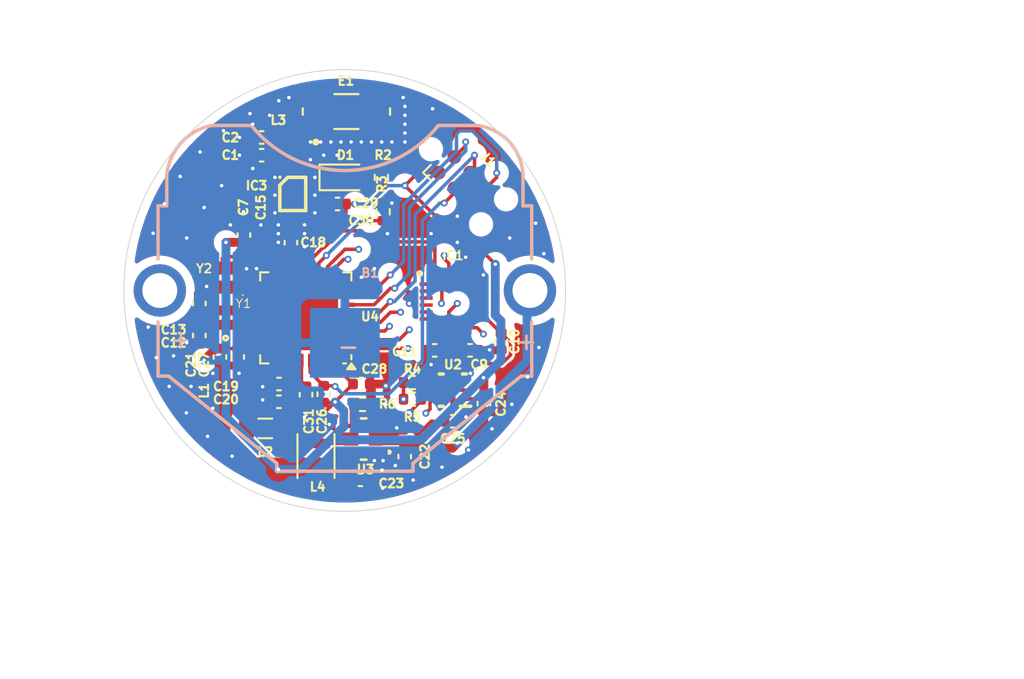
<source format=kicad_pcb>
(kicad_pcb (version 20240108) (generator "pcbnew") (generator_version "8.0")
  (layers (0 "F.Cu" signal) (1 "In1.Cu" signal) (2 "In2.Cu" signal) (31 "B.Cu" signal) (34 "B.Paste" user) (35 "F.Paste" user) (36 "B.SilkS" user "B.Silkscreen") (37 "F.SilkS" user "F.Silkscreen") (38 "B.Mask" user) (39 "F.Mask" user) (44 "Edge.Cuts" user))
  (net 0 "")
  (net 1 "GND")
  (net 2 "Net-(U4-RF1)")
  (net 3 "Net-(IC3-OUT)")
  (net 4 "/UART_TX")
  (net 5 "Net-(L1-Pad1)")
  (net 6 "+1V8")
  (net 7 "/OSC_IN")
  (net 8 "/BATT_ADC")
  (net 9 "Net-(IC1-REGOUT)")
  (net 10 "/SW_IMU")
  (net 11 "/CRYSTAL1")
  (net 12 "/CRYSTAL2")
  (net 13 "/VLXSD")
  (net 14 "Net-(U4-PA10)")
  (net 16 "/RF")
  (net 18 "/OSC_OUT")
  (net 19 "+BATT")
  (net 20 "/~{RESET}")
  (net 21 "Net-(D1-A)")
  (net 24 "/IMU_INT")
  (net 25 "/SCLK")
  (net 26 "/MISO")
  (net 28 "/MOSI")
  (net 29 "/~{SS}")
  (net 30 "/SWDIO")
  (net 31 "/SWCLK")
  (net 32 "Net-(U3-SW)")
  (net 33 "/LED")
  (net 35 "/SW_BATT")
  (net 36 "Net-(U3-VSET)")
  (net 37 "/BATT_EN")
  (net 38 "/IMU_EN")
  (net 42 "/VDD_CAP")
  (net 43 "Net-(E1-Pad1)")
  (footprint "Capacitor_SMD:C_0402_1005Metric" (layer "F.Cu") (at 103.6955 82.598999)
    (property "Reference" "C23")
    (property "Value" "10u")
  )
  (footprint "Connector:Tag-Connect_TC2030-IDC-NL_2x03_P1.27mm_Vertical" (layer "F.Cu") (at 109.532987 65.454962 -45)
    (property "Reference" "J1")
    (property "Value" "TC2030_SWD-MCP-NL")
  )
  (footprint "Antenna:XDCR_2450AT42E0100E" (layer "F.Cu") (at 102.898 61.506 180)
    (property "Reference" "E1")
    (property "Value" "609-2450AT42E0100001")
  )
  (footprint "Capacitor_SMD:C_0402_1005Metric" (layer "F.Cu") (at 96.672 75.562 -90)
    (property "Reference" "C27")
    (property "Value" "100n")
  )
  (footprint "Capacitor_SMD:C_0402_1005Metric" (layer "F.Cu") (at 100.584 77.724 -90)
    (property "Reference" "C31")
    (property "Value" "220n")
  )
  (footprint "Capacitor_SMD:C_0402_1005Metric" (layer "F.Cu") (at 98.044 64.008 180)
    (property "Reference" "C1")
    (property "Value" "DNP")
  )
  (footprint "Capacitor_SMD:C_0402_1005Metric" (layer "F.Cu") (at 108.994 79.248)
    (property "Reference" "C25")
    (property "Value" "100n")
  )
  (footprint "TPS22960:RSE0008A" (layer "F.Cu") (at 108.994 77.461999 180)
    (property "Reference" "U2")
    (property "Value" "TPS22960RSER")
  )
  (footprint "Capacitor_SMD:C_0402_1005Metric" (layer "F.Cu") (at 95.656 75.562 -90)
    (property "Reference" "C21")
    (property "Value" "4.7u")
  )
  (footprint "Capacitor_SMD:C_0402_1005Metric" (layer "F.Cu") (at 110.772 78.232 -90)
    (property "Reference" "C24")
    (property "Value" "100n")
  )
  (footprint "LED_SMD:LED_0603_1608Metric" (layer "F.Cu") (at 102.8445 65.278)
    (property "Reference" "D1")
    (property "Value" "LED, RED")
  )
  (footprint "Inductor_SMD:L_0402_1005Metric" (layer "F.Cu") (at 99.568 63.523 90)
    (property "Reference" "L3")
    (property "Value" "DNP")
  )
  (footprint "Inductor_SMD:L_0805_2012Metric" (layer "F.Cu") (at 98.2515 79.654 180)
    (property "Reference" "L2")
    (property "Value" "LQM21DN100M70L - 10u")
  )
  (footprint "Capacitor_SMD:C_0402_1005Metric" (layer "F.Cu") (at 103.756 77.114)
    (property "Reference" "C28")
    (property "Value" "1u")
  )
  (footprint "Resistor_SMD:R_0402_1005Metric" (layer "F.Cu") (at 106.68 77.028)
    (property "Reference" "R4")
    (property "Value" "470k")
  )
  (footprint "Capacitor_SMD:C_0402_1005Metric" (layer "F.Cu") (at 109.982 75.184)
    (property "Reference" "C9")
    (property "Value" "100n")
  )
  (footprint "TPS62840:VSON8_2P1X1P6_TEX" (layer "F.Cu") (at 103.886 80.264 180)
    (property "Reference" "U3")
    (property "Value" "TPS62840DLCR")
  )
  (footprint "Resistor_SMD:R_0402_1005Metric" (layer "F.Cu") (at 103.8225 78.280999)
    (property "Reference" "R6")
    (property "Value" "0")
  )
  (footprint "Inductor_SMD:L_Murata_DFE201610P" (layer "F.Cu") (at 101.1555 81.238999 -90)
    (property "Reference" "L4")
    (property "Value" "81-DFE201612E-2R2MP2 - 2u2")
  )
  (footprint "Capacitor_SMD:C_0402_1005Metric" (layer "F.Cu") (at 111.76 74.676 -90)
    (property "Reference" "C10")
    (property "Value" "100n")
  )
  (footprint "Resistor_SMD:R_0402_1005Metric" (layer "F.Cu") (at 104.902 65.28 90)
    (property "Reference" "R2")
    (property "Value" "R")
  )
  (footprint "Crystal3:XTAL_ECS-.327-6-1210-TR" (layer "F.Cu") (at 95.9798 73.3083 90)
    (property "Reference" "Y1")
    (property "Value" "520-.327-6-1210-TR (32.768kHz)")
  )
  (footprint "Capacitor_SMD:C_0402_1005Metric" (layer "F.Cu") (at 97.028 68.58 90)
    (property "Reference" "C7")
    (property "Value" "100n")
  )
  (footprint "Capacitor_SMD:C_0402_1005Metric" (layer "F.Cu") (at 99.032 77.114 180)
    (property "Reference" "C19")
    (property "Value" "100n")
  )
  (footprint "Capacitor_SMD:C_0201_0603Metric" (layer "F.Cu") (at 98.044 68.806 90)
    (property "Reference" "C15")
    (property "Value" "3p")
  )
  (footprint "Inductor_SMD:L_0402_1005Metric" (layer "F.Cu") (at 97.282 77.645 90)
    (property "Reference" "L1")
    (property "Value" "LQG15HN22NG02D - 22n")
  )
  (footprint "Crystal2:OSCSC105P160X120X35-4N" (layer "F.Cu") (at 96.164 71.018 90)
    (property "Reference" "Y2")
    (property "Value" "NX1612SA-32.000MHZ-CHP-CIS-3")
  )
  (footprint "Libraries:ICM20948" (layer "F.Cu") (at 108.966 72.39)
    (property "Reference" "IC1")
    (property "Value" "ICM-20948" (hide yes))
  )
  (footprint "Capacitor_SMD:C_0402_1005Metric" (layer "F.Cu") (at 94.476 74.333 -90)
    (property "Reference" "C12")
    (property "Value" "6p")
  )
  (footprint "Capacitor_SMD:C_0402_1005Metric" (layer "F.Cu") (at 101.6 77.696 90)
    (property "Reference" "C26")
    (property "Value" "100n")
  )
  (footprint "Capacitor_SMD:C_0402_1005Metric" (layer "F.Cu") (at 107.95 75.184 180)
    (property "Reference" "C11")
    (property "Value" "100n")
  )
  (footprint "Capacitor_SMD:C_0402_1005Metric" (layer "F.Cu") (at 99.032 78.13 180)
    (property "Reference" "C20")
    (property "Value" "4.7u")
  )
  (footprint "Capacitor_SMD:C_0402_1005Metric" (layer "F.Cu") (at 98.044 62.992 180)
    (property "Reference" "C2")
    (property "Value" "DNP")
  )
  (footprint "Capacitor_SMD:C_0402_1005Metric" (layer "F.Cu") (at 106.2355 81.269499 -90)
    (property "Reference" "C22")
    (property "Value" "4.7u")
  )
  (footprint "Capacitor_SMD:C_0402_1005Metric" (layer "F.Cu") (at 99.72 69.014 -90)
    (property "Reference" "C18")
    (property "Value" "20p")
  )
  (footprint "Resistor_SMD:R_0402_1005Metric" (layer "F.Cu") (at 106.68 77.978 180)
    (property "Reference" "R5")
    (property "Value" "220k")
  )
  (footprint "Capacitor_SMD:C_0402_1005Metric" (layer "F.Cu") (at 94.476 72.499 90)
    (property "Reference" "C13")
    (property "Value" "6p")
  )
  (footprint "Resistor_SMD:R_0402_1005Metric" (layer "F.Cu") (at 105 67.25 90)
    (property "Reference" "R3")
    (property "Value" "100k")
  )
  (footprint "MLPF-NRG-01D3:MLPFNRG01D3" (layer "F.Cu") (at 99.826 66.225 -90)
    (property "Reference" "IC3")
    (property "Value" "MLPF-NRG-01D3" (hide yes))
  )
  (footprint "Package_DFN_QFN:QFN-32-1EP_5x5mm_P0.5mm_EP3.7x3.7mm" (layer "F.Cu") (at 100.572 73.324 180)
    (property "Reference" "U4")
    (property "Value" "STM32WB09KEVx")
  )
  (footprint "Capacitor_SMD:C_0201_0603Metric" (layer "F.Cu") (at 102.271 67.818 180)
    (property "Reference" "C30")
    (property "Value" "3p")
  )
  (footprint "Capacitor_SMD:C_0402_1005Metric" (layer "F.Cu") (at 102.39 66.802 180)
    (property "Reference" "C29")
    (property "Value" "100n")
  )
  (footprint "Battery_holder:WA-BCMC_79523211" (layer "B.Cu") (at 102.811 71.755 180)
    (property "Reference" "B1")
    (property "Value" "WA-BCMC")
    (property "VALUE" "79523141" (hide yes))
  )
  (gr_circle (center 102.801562 71.755) (end 115.451562 71.755) (stroke (width 0.05)) (fill none) (layer "Edge.Cuts"))
  (segment (start 98.044 68.044) (end 98 68) (width 0.2) (layer "F.Cu") (net 1))
  (segment (start 111.094 75.156) (end 111.76 75.156) (width 0.2) (layer "F.Cu") (net 1))
  (segment (start 104.5845 81.0845) (end 105 81.5) (width 0.2) (layer "F.Cu") (net 1))
  (segment (start 99.576 66.225) (end 100.076 66.225) (width 0.2) (layer "F.Cu") (net 1))
  (segment (start 93.813 74.813) (end 93.75 74.75) (width 0.2) (layer "F.Cu") (net 1))
  (segment (start 105 66.74) (end 105.49 66.74) (width 0.2) (layer "F.Cu") (net 1))
  (segment (start 105.783749 79.621749) (end 105.391498 80.014) (width 0.2) (layer "F.Cu") (net 1))
  (segment (start 104.496972 82.598999) (end 104.977014 83.079041) (width 0.2) (layer "F.Cu") (net 1))
  (segment (start 110.772 78.712) (end 110.01 78.712) (width 0.2) (layer "F.Cu") (net 1))
  (segment (start 100.076 66.225) (end 101.023 66.225) (width 0.2) (layer "F.Cu") (net 1))
  (segment (start 98.044 68.486) (end 98.044 68.044) (width 0.2) (layer "F.Cu") (net 1))
  (segment (start 99.322 75.774) (end 99.322 76.344) (width 0.2) (layer "F.Cu") (net 1))
  (segment (start 109.474 79.248) (end 109.502 79.248) (width 0.2) (layer "F.Cu") (net 1))
  (segment (start 109.502 79.248) (end 109.75 79) (width 0.2) (layer "F.Cu") (net 1))
  (segment (start 98.875 66.225) (end 98.806 66.294) (width 0.2) (layer "F.Cu") (net 1))
  (segment (start 109.566 70.89) (end 109.566 70.012) (width 0.2) (layer "F.Cu") (net 1))
  (segment (start 104.5845 81.014001) (end 104.5845 81.4155) (width 0.2) (layer "F.Cu") (net 1))
  (segment (start 104.5845 81.014001) (end 104.5845 81.0845) (width 0.2) (layer "F.Cu") (net 1))
  (segment (start 110.466 71.144) (end 110.744 70.866) (width 0.2) (layer "F.Cu") (net 1))
  (segment (start 94.476 71.944) (end 94.894 71.526) (width 0.2) (layer "F.Cu") (net 1))
  (segment (start 105.391498 80.014) (end 104.5845 80.014) (width 0.2) (layer "F.Cu") (net 1))
  (segment (start 98.552 77.114) (end 98.552 78.13) (width 0.2) (layer "F.Cu") (net 1))
  (segment (start 94.911 71.543) (end 95.789 71.543) (width 0.2) (layer "F.Cu") (net 1))
  (segment (start 100.584 78.916) (end 100.5 79) (width 0.2) (layer "F.Cu") (net 1))
  (segment (start 109.982 66.802) (end 109.948 66.802) (width 0.2) (layer "F.Cu") (net 1))
  (segment (start 100.076 65.648) (end 100.076 66.802) (width 0.2) (layer "F.Cu") (net 1))
  (segment (start 107.47 75.72) (end 107.75 76) (width 0.2) (layer "F.Cu") (net 1))
  (segment (start 98.210353 78.13) (end 98.552 78.13) (width 0.2) (layer "F.Cu") (net 1))
  (segment (start 107.47 75.184) (end 107.47 75.72) (width 0.2) (layer "F.Cu") (net 1))
  (segment (start 107.19 77.978) (end 107.19 78.06) (width 0.2) (layer "F.Cu") (net 1))
  (segment (start 94.476 74.813) (end 93.813 74.813) (width 0.2) (layer "F.Cu") (net 1))
  (segment (start 98.253469 77.114) (end 98.102 77.265469) (width 0.2) (layer "F.Cu") (net 1))
  (segment (start 100.584 78.204) (end 100.584 78.916) (width 0.2) (layer "F.Cu") (net 1))
  (segment (start 111.066 75.184) (end 111.094 75.156) (width 0.2) (layer "F.Cu") (net 1))
  (segment (start 96.672 76.042) (end 96.672 76.422) (width 0.2) (layer "F.Cu") (net 1))
  (segment (start 103.1875 80.014) (end 102.507501 80.014) (width 0.2) (layer "F.Cu") (net 1))
  (segment (start 107.19 78.06) (end 106.5 78.75) (width 0.2) (layer "F.Cu") (net 1))
  (segment (start 104.648 60.706) (end 106.134 60.706) (width 0.508) (layer "F.Cu") (net 1))
  (segment (start 110.466 71.39) (end 110.466 71.144) (width 0.2) (layer "F.Cu") (net 1))
  (segment (start 102.507501 80.014) (end 101.9175 79.423999) (width 0.2) (layer "F.Cu") (net 1))
  (segment (start 105.49 66.74) (end 105.5 66.75) (width 0.2) (layer "F.Cu") (net 1))
  (segment (start 96.539 70.493) (end 97.163 70.493) (width 0.2) (layer "F.Cu") (net 1))
  (segment (start 110.01 78.712) (end 109.474 79.248) (width 0.2) (layer "F.Cu") (net 1))
  (segment (start 109.566 74.288) (end 110.462 75.184) (width 0.2) (layer "F.Cu") (net 1))
  (segment (start 96.672 76.422) (end 96.75 76.5) (width 0.2) (layer "F.Cu") (net 1))
  (segment (start 109.644001 76.962) (end 109.644001 76.855999) (width 0.2) (layer "F.Cu") (net 1))
  (segment (start 95.656 76.094) (end 95.25 76.5) (width 0.2) (layer "F.Cu") (net 1))
  (segment (start 109.566 73.89) (end 109.566 74.288) (width 0.2) (layer "F.Cu") (net 1))
  (segment (start 104.5845 81.014001) (end 105.412502 81.014001) (width 0.2) (layer "F.Cu") (net 1))
  (segment (start 97.163 70.493) (end 97.18 70.51) (width 0.2) (layer "F.Cu") (net 1))
  (segment (start 104.5845 81.4155) (end 104.5 81.5) (width 0.2) (layer "F.Cu") (net 1))
  (segment (start 109.644001 76.855999) (end 110 76.5) (width 0.2) (layer "F.Cu") (net 1))
  (segment (start 110.462 75.184) (end 111.066 75.184) (width 0.2) (layer "F.Cu") (net 1))
  (segment (start 99.322 76.344) (end 98.552 77.114) (width 0.2) (layer "F.Cu") (net 1))
  (segment (start 94.476 72.019) (end 94.476 71.944) (width 0.2) (layer "F.Cu") (net 1))
  (segment (start 94.894 71.526) (end 94.911 71.543) (width 0.2) (layer "F.Cu") (net 1))
  (segment (start 98.408 76.97) (end 98.552 77.114) (width 0.2) (layer "F.Cu") (net 1))
  (segment (start 109.948 66.802) (end 109.25 67.5) (width 0.2) (layer "F.Cu") (net 1))
  (segment (start 101.023 66.225) (end 101.092 66.294) (width 0.2) (layer "F.Cu") (net 1))
  (segment (start 109.566 70.012) (end 109.728 69.85) (width 0.2) (layer "F.Cu") (net 1))
  (segment (start 99.576 66.225) (end 98.875 66.225) (width 0.2) (layer "F.Cu") (net 1))
  (segment (start 98.101999 78.021646) (end 98.210353 78.13) (width 0.2) (layer "F.Cu") (net 1))
  (segment (start 105.412502 81.014001) (end 106.2355 81.836999) (width 0.2) (layer "F.Cu") (net 1))
  (segment (start 95.656 76.042) (end 95.656 76.094) (width 0.2) (layer "F.Cu") (net 1))
  (segment (start 104.1755 82.598999) (end 104.496972 82.598999) (width 0.2) (layer "F.Cu") (net 1))
  (segment (start 107.706001 77.461999) (end 107.19 77.978) (width 0.2) (layer "F.Cu") (net 1))
  (segment (start 98.552 77.114) (end 98.253469 77.114) (width 0.2) (layer "F.Cu") (net 1))
  (segment (start 108.343999 77.461999) (end 107.706001 77.461999) (width 0.2) (layer "F.Cu") (net 1))
  (segment (start 101.148 60.706) (end 99.606 60.706) (width 0.508) (layer "F.Cu") (net 1))
  (via (at 105 81.5) (size 0.4) (drill 0.2) (layers "F.Cu" "B.Cu") (net 1))
  (via (at 109.25 67.5) (size 0.4) (drill 0.2) (layers "F.Cu" "B.Cu") (net 1))
  (via (at 104.9375 82.038) (size 0.4) (drill 0.2) (layers "F.Cu" "B.Cu") (net 1))
  (via (at 105.25 68.5) (size 0.4) (drill 0.2) (layers "F.Cu" "B.Cu") (net 1))
  (via (at 94.945146 80.109608) (size 0.4) (drill 0.2) (layers "F.Cu" "B.Cu") (net 1))
  (via (at 111.234608 79.679854) (size 0.4) (drill 0.2) (layers "F.Cu" "B.Cu") (net 1))
  (via (at 101.424038 63.25) (size 0.4) (drill 0.2) (layers "F.Cu" "B.Cu") (net 1))
  (via (at 109.891185 80.889955) (size 0.4) (drill 0.2) (layers "F.Cu" "B.Cu") (net 1))
  (via (at 104.335438 63.25) (size 0.4) (drill 0.2) (layers "F.Cu" "B.Cu") (net 1))
  (via (at 107.75 76) (size 0.4) (drill 0.2) (layers "F.Cu" "B.Cu") (net 1))
  (via (at 111.094 75.156) (size 0.4) (drill 0.2) (layers "F.Cu" "B.Cu") (net 1))
  (via (at 104.977014 83.079041) (size 0.4) (drill 0.2) (layers "F.Cu" "B.Cu") (net 1))
  (via (at 113.275919 76.708478) (size 0.4) (drill 0.2) (layers "F.Cu" "B.Cu") (net 1))
  (via (at 102.362 64.008) (size 0.4) (drill 0.2) (layers "F.Cu" "B.Cu") (net 1))
  (via (at 105.6995 81.784) (size 0.4) (drill 0.2) (layers "F.Cu" "B.Cu") (net 1))
  (via (at 98.5 61.722) (size 0.4) (drill 0.2) (layers "F.Cu" "B.Cu") (net 1))
  (via (at 104.5 81.5) (size 0.4) (drill 0.2) (layers "F.Cu" "B.Cu") (net 1))
  (via (at 95.25 76.5) (size 0.4) (drill 0.2) (layers "F.Cu" "B.Cu") (net 1))
  (via (at 93 75.5) (size 0.4) (drill 0.2) (layers "F.Cu" "B.Cu") (net 1))
  (via (at 106.25 61.214) (size 0.4) (drill 0.2) (layers "F.Cu" "B.Cu") (net 1))
  (via (at 105.5 63.25) (size 0.4) (drill 0.2) (layers "F.Cu" "B.Cu") (net 1))
  (via (at 100.5 68.5) (size 0.4) (drill 0.2) (layers "F.Cu" "B.Cu") (net 1))
  (via (at 96.774 64.008) (size 0.4) (drill 0.2) (layers "F.Cu" "B.Cu") (net 1))
  (via (at 109.728 69.85) (size 0.4) (drill 0.2) (layers "F.Cu" "B.Cu") (net 1))
  (via (at 91.545959 73.852014) (size 0.4) (drill 0.2) (layers "F.Cu" "B.Cu") (net 1))
  (via (at 99 68.5) (size 0.4) (drill 0.2) (layers "F.Cu" "B.Cu") (net 1))
  (via (at 112.25 68.75) (size 0.4) (drill 0.2) (layers "F.Cu" "B.Cu") (net 1))
  (via (at 91.826457 68.479631) (size 0.4) (drill 0.2) (layers "F.Cu" "B.Cu") (net 1))
  (via (at 93.75 68.75) (size 0.4) (drill 0.2) (layers "F.Cu" "B.Cu") (net 1))
  (via (at 98.102 77.265469) (size 0.4) (drill 0.2) (layers "F.Cu" "B.Cu") (net 1))
  (via (at 104.5 70.5) (size 0.4) (drill 0.2) (layers "F.Cu" "B.Cu") (net 1))
  (via (at 94 77.25) (size 0.4) (drill 0.2) (layers "F.Cu" "B.Cu") (net 1))
  (via (at 97 67.25) (size 0.4) (drill 0.2) (layers "F.Cu" "B.Cu") (net 1))
  (via (at 99 69) (size 0.4) (drill 0.2) (layers "F.Cu" "B.Cu") (net 1))
  (via (at 95.25 78.5) (size 0.4) (drill 0.2) (layers "F.Cu" "B.Cu") (net 1))
  (via (at 109.25 69) (size 0.4) (drill 0.2) (layers "F.Cu" "B.Cu") (net 1))
  (via (at 106.25 62.23) (size 0.4) (drill 0.2) (layers "F.Cu" "B.Cu") (net 1))
  (via (at 103.753158 63.25) (size 0.4) (drill 0.2) (layers "F.Cu" "B.Cu") (net 1))
  (via (at 98 68) (size 0.4) (drill 0.2) (layers "F.Cu" "B.Cu") (net 1))
  (via (at 103.170878 63.25) (size 0.4) (drill 0.2) (layers "F.Cu" "B.Cu") (net 1))
  (via (at 96.350507 81.24719) (size 0.4) (drill 0.2) (layers "F.Cu" "B.Cu") (net 1))
  (via (at 106.5 72.5) (size 0.4) (drill 0.2) (layers "F.Cu" "B.Cu") (net 1))
  (via (at 100.838 64.262) (size 0.4) (drill 0.2) (layers "F.Cu" "B.Cu") (net 1))
  (via (at 100.5 68) (size 0.4) (drill 0.2) (layers "F.Cu" "B.Cu") (net 1))
  (via (at 98.806 67.31) (size 0.4) (drill 0.2) (layers "F.Cu" "B.Cu") (net 1))
  (via (at 97.375 61.625) (size 0.4) (drill 0.2) (layers "F.Cu" "B.Cu") (net 1))
  (via (at 100.841758 63.25) (size 0.4) (drill 0.2) (layers "F.Cu" "B.Cu") (net 1))
  (via (at 101.092 66.294) (size 0.4) (drill 0.2) (layers "F.Cu" "B.Cu") (net 1))
  (via (at 103.75 71) (size 0.4) (drill 0.2) (layers "F.Cu" "B.Cu") (net 1))
  (via (at 101.092 65.278) (size 0.4) (drill 0.2) (layers "F.Cu" "B.Cu") (net 1))
  (via (at 98.806 65.278) (size 0.4) (drill 0.2) (layers "F.Cu" "B.Cu") (net 1))
  (via (at 101.092 67.31) (size 0.4) (drill 0.2) (layers "F.Cu" "B.Cu") (net 1))
  (via (at 92.474081 66.791522) (size 0.4) (drill 0.2) (layers "F.Cu" "B.Cu") (net 1))
  (via (at 107.833478 61.349081) (size 0.4) (drill 0.2) (layers "F.Cu" "B.Cu") (net 1))
  (via (at 106.145369 60.701457) (size 0.4) (drill 0.2) (layers "F.Cu" "B.Cu") (net 1))
  (via (at 101.6 64.008) (size 0.4) (drill 0.2) (layers "F.Cu" "B.Cu") (net 1))
  (via (at 104.917718 63.25) (size 0.4) (drill 0.2) (layers "F.Cu" "B.Cu") (net 1))
  (via (at 114.204041 69.647986) (size 0.4) (drill 0.2) (layers "F.Cu" "B.Cu") (net 1))
  (via (at 106.5 78.75) (size 0.4) (drill 0.2) (layers "F.Cu" "B.Cu") (net 1))
  (via (at 97.536 64.77) (size 0.4) (drill 0.2) (layers "F.Cu" "B.Cu") (net 1))
  (via (at 97.536 62.23) (size 0.4) (drill 0.2) (layers "F.Cu" "B.Cu") (net 1))
  (via (at 92.75 77.25) (size 0.4) (drill 0.2) (layers "F.Cu" "B.Cu") (net 1))
  (via (at 93.735045 78.766185) (size 0.4) (drill 0.2) (layers "F.Cu" "B.Cu") (net 1))
  (via (at 107.75 68.5) (size 0.4) (drill 0.2) (layers "F.Cu" "B.Cu") (net 1))
  (via (at 93.37781 65.225507) (size 0.4) (drill 0.2) (layers "F.Cu" "B.Cu") (net 1))
  (via (at 102.588598 63.25) (size 0.4) (drill 0.2) (layers "F.Cu" "B.Cu") (net 1))
  (via (at 113.735734 67.901613) (size 0.4) (drill 0.2) (layers "F.Cu" "B.Cu") (net 1))
  (via (at 105.156 78.280999) (size 0.4) (drill 0.2) (layers "F.Cu" "B.Cu") (net 1))
  (via (at 106.25 63.25) (size 0.4) (drill 0.2) (layers "F.Cu" "B.Cu") (net 1))
  (via (at 94.75 67) (size 0.4) (drill 0.2) (layers "F.Cu" "B.Cu") (net 1))
  (via (at 95.75 65.75) (size 0.4) (drill 0.2) (layers "F.Cu" "B.Cu") (net 1))
  (via (at 98.806 66.294) (size 0.4) (drill 0.2) (layers "F.Cu" "B.Cu") (net 1))
  (via (at 108.375 81.875) (size 0.4) (drill 0.2) (layers "F.Cu" "B.Cu") (net 1))
  (via (at 94.894 71.526) (size 0.4) (drill 0.2) (layers "F.Cu" "B.Cu") (net 1))
  (via (at 109.75 79) (size 0.4) (drill 0.2) (layers "F.Cu" "B.Cu") (net 1))
  (via (at 94.515392 63.820146) (size 0.4) (drill 0.2) (layers "F.Cu" "B.Cu") (net 1))
  (via (at 102.006318 63.25) (size 0.4) (drill 0.2) (layers "F.Cu" "B.Cu") (net 1))
  (via (at 101.9175 79.423999) (size 0.4) (drill 0.2) (layers "F.Cu" "B.Cu") (net 1))
  (via (at 100.5 79) (size 0.4) (drill 0.2) (layers "F.Cu" "B.Cu") (net 1))
  (via (at 113.923543 75.020369) (size 0.4) (drill 0.2) (layers "F.Cu" "B.Cu") (net 1))
  (via (at 99 68) (size 0.4) (drill 0.2) (layers "F.Cu" "B.Cu") (net 1))
  (via (at 95.858815 62.610045) (size 0.4) (drill 0.2) (layers "F.Cu" "B.Cu") (net 1))
  (via (at 98.101999 78.021646) (size 0.4) (drill 0.2) (layers "F.Cu" "B.Cu") (net 1))
  (via (at 105.783749 79.621749) (size 0.4) (drill 0.2) (layers "F.Cu" "B.Cu") (net 1))
  (via (at 93.75 74.75) (size 0.4) (drill 0.2) (layers "F.Cu" "B.Cu") (net 1))
  (via (at 112.37219 78.274493) (size 0.4) (drill 0.2) (layers "F.Cu" "B.Cu") (net 1))
  (via (at 100.5 69.25) (size 0.4) (drill 0.2) (layers "F.Cu" "B.Cu") (net 1))
  (via (at 106.723387 82.610734) (size 0.4) (drill 0.2) (layers "F.Cu" "B.Cu") (net 1))
  (via (at 99.606 60.706) (size 0.4) (drill 0.2) (layers "F.Cu" "B.Cu") (net 1))
  (via (at 96.25 68) (size 0.4) (drill 0.2) (layers "F.Cu" "B.Cu") (net 1))
  (via (at 97.18 70.51) (size 0.4) (drill 0.2) (layers "F.Cu" "B.Cu") (net 1))
  (via (at 110.744 70.866) (size 0.4) (drill 0.2) (layers "F.Cu" "B.Cu") (net 1))
  (via (at 97.75 70.5) (size 0.4) (drill 0.2) (layers "F.Cu" "B.Cu") (net 1))
  (via (at 106.25 61.722) (size 0.4) (drill 0.2) (layers "F.Cu" "B.Cu") (net 1))
  (via (at 96.774 62.992) (size 0.4) (drill 0.2) (layers "F.Cu" "B.Cu") (net 1))
  (via (at 105.5 66.75) (size 0.4) (drill 0.2) (layers "F.Cu" "B.Cu") (net 1))
  (via (at 92.014266 75.598387) (size 0.4) (drill 0.2) (layers "F.Cu" "B.Cu") (net 1))
  (via (at 110 76.5) (size 0.4) (drill 0.2) (layers "F.Cu" "B.Cu") (net 1))
  (via (at 99.026613 60.889266) (size 0.4) (drill 0.2) (layers "F.Cu" "B.Cu") (net 1))
  (via (at 106.25 62.738) (size 0.4) (drill 0.2) (layers "F.Cu" "B.Cu") (net 1))
  (via (at 96.75 76.5) (size 0.4) (drill 0.2) (layers "F.Cu" "B.Cu") (net 1))
  (via (at 105.156 77.216) (size 0.4) (drill 0.2) (layers "F.Cu" "B.Cu") (net 1))
  (segment (start 99.72 69.494) (end 99.822 69.596) (width 0.2) (layer "F.Cu") (net 2))
  (segment (start 99.822 69.596) (end 99.822 70.874) (width 0.2) (layer "F.Cu") (net 2))
  (segment (start 98.524 62.992) (end 98.524 64.008) (width 0.2) (layer "F.Cu") (net 3))
  (segment (start 98.524 64.008) (end 99.568 64.008) (width 0.2) (layer "F.Cu") (net 3))
  (segment (start 99.568 65.024) (end 99.576 65.032) (width 0.508) (layer "F.Cu") (net 3))
  (segment (start 99.568 64.008) (end 99.568 65.024) (width 0.508) (layer "F.Cu") (net 3))
  (segment (start 99.576 65.648) (end 99.576 65.032) (width 0.2) (layer "F.Cu") (net 3))
  (segment (start 111.506 65.278) (end 110.880025 65.903975) (width 0.2) (layer "F.Cu") (net 4))
  (segment (start 104.202 72.074) (end 103.022 72.074) (width 0.2) (layer "F.Cu") (net 4))
  (segment (start 111.506 65.024) (end 111.506 65.278) (width 0.2) (layer "F.Cu") (net 4))
  (segment (start 105.41 70.866) (end 104.202 72.074) (width 0.2) (layer "F.Cu") (net 4))
  (via (at 105.41 70.866) (size 0.4) (drill 0.2) (layers "F.Cu" "B.Cu") (net 4))
  (via (at 111.506 65.024) (size 0.4) (drill 0.2) (layers "F.Cu" "B.Cu") (net 4))
  (segment (start 109.201 62.799) (end 109.384515 62.615485) (width 0.2) (layer "B.Cu") (net 4))
  (segment (start 105.41 70.866) (end 106.173 70.103) (width 0.2) (layer "B.Cu") (net 4))
  (segment (start 109.201 63.799) (end 109.201 62.799) (width 0.2) (layer "B.Cu") (net 4))
  (segment (start 106.173 66.827) (end 109.201 63.799) (width 0.2) (layer "B.Cu") (net 4))
  (segment (start 106.173 70.103) (end 106.173 66.827) (width 0.2) (layer "B.Cu") (net 4))
  (segment (start 110.115485 62.615485) (end 111.506 64.006) (width 0.2) (layer "B.Cu") (net 4))
  (segment (start 109.384515 62.615485) (end 110.115485 62.615485) (width 0.2) (layer "B.Cu") (net 4))
  (segment (start 111.506 64.006) (end 111.506 65.024) (width 0.2) (layer "B.Cu") (net 4))
  (segment (start 97.282 79.561) (end 97.189 79.654) (width 0.2) (layer "F.Cu") (net 5))
  (segment (start 97.282 78.13) (end 97.282 79.561) (width 0.2) (layer "F.Cu") (net 5))
  (segment (start 103.378 66.802) (end 102.87 66.802) (width 0.2) (layer "F.Cu") (net 6))
  (segment (start 96 69) (end 96.968 69) (width 0.508) (layer "F.Cu") (net 6))
  (segment (start 99.314 79.654) (end 99.314 80.647499) (width 0.508) (layer "F.Cu") (net 6))
  (segment (start 103.1875 81.014001) (end 102.237502 81.963999) (width 0.2) (layer "F.Cu") (net 6))
  (segment (start 106.25 65.75) (end 106.994051 65.005949) (width 0.2) (layer "F.Cu") (net 6))
  (segment (start 100.322 70.073499) (end 101.426499 68.969) (width 0.2) (layer "F.Cu") (net 6))
  (segment (start 103.2155 82.598999) (end 103.2155 81.042001) (width 0.2) (layer "F.Cu") (net 6))
  (segment (start 99.512 77.114) (end 99.512 78.13) (width 0.2) (layer "F.Cu") (net 6))
  (segment (start 99.822 76.804) (end 99.512 77.114) (width 0.2) (layer "F.Cu") (net 6))
  (segment (start 101.426499 68.969) (end 101.49522 68.969) (width 0.2) (layer "F.Cu") (net 6))
  (segment (start 100.6305 81.963999) (end 101.1555 81.963999) (width 0.508) (layer "F.Cu") (net 6))
  (segment (start 102.322 75.774) (end 102.322 76.16) (width 0.2) (layer "F.Cu") (net 6))
  (segment (start 99.822 75.774) (end 99.822 76.804) (width 0.2) (layer "F.Cu") (net 6))
  (segment (start 96.968 69) (end 97.028 69.06) (width 0.508) (layer "F.Cu") (net 6))
  (segment (start 102.25 78.14) (end 103.276 77.114) (width 0.2) (layer "F.Cu") (net 6))
  (segment (start 95.418 75.082) (end 94.75 75.75) (width 0.508) (layer "F.Cu") (net 6))
  (segment (start 95.656 75.082) (end 95.418 75.082) (width 0.508) (layer "F.Cu") (net 6))
  (segment (start 99.322 70.874) (end 99.322 70.404) (width 0.2) (layer "F.Cu") (net 6))
  (segment (start 110.562002 77.961998) (end 110.772 77.752) (width 0.2) (layer "F.Cu") (net 6))
  (segment (start 101.6 78.176) (end 102.214 78.176) (width 0.2) (layer "F.Cu") (net 6))
  (segment (start 109.644001 77.961998) (end 110.562002 77.961998) (width 0.2) (layer "F.Cu") (net 6))
  (segment (start 99.884251 81.217749) (end 99.102 82) (width 0.508) (layer "F.Cu") (net 6))
  (segment (start 99.102 82) (end 99 82) (width 0.508) (layer "F.Cu") (net 6))
  (segment (start 110.772 76.772) (end 110.75 76.75) (width 0.508) (layer "F.Cu") (net 6))
  (segment (start 110.772 77.752) (end 110.772 76.772) (width 0.508) (layer "F.Cu") (net 6))
  (segment (start 102.87 66.802) (end 102.87 67.539) (width 0.2) (layer "F.Cu") (net 6))
  (segment (start 99.512 78.13) (end 99.512 79.456) (width 0.2) (layer "F.Cu") (net 6))
  (segment (start 96.672 75.082) (end 95.656 75.082) (width 0.2) (layer "F.Cu") (net 6))
  (segment (start 102.214 78.176) (end 102.25 78.14) (width 0.2) (layer "F.Cu") (net 6))
  (segment (start 99.884251 81.217749) (end 100.6305 81.963999) (width 0.508) (layer "F.Cu") (net 6))
  (segment (start 102.87 67.539) (end 102.591 67.818) (width 0.2) (layer "F.Cu") (net 6))
  (segment (start 108.553 68.053) (end 109.228 68.053) (width 0.2) (layer "F.Cu") (net 6))
  (segment (start 102.591 67.87322) (end 102.591 67.818) (width 0.2) (layer "F.Cu") (net 6))
  (segment (start 98.122 75.074) (end 96.68 75.074) (width 0.2) (layer "F.Cu") (net 6))
  (segment (start 102.237502 81.963999) (end 101.1555 81.963999) (width 0.2) (layer "F.Cu") (net 6))
  (segment (start 100.322 70.874) (end 100.322 70.073499) (width 0.2) (layer "F.Cu") (net 6))
  (segment (start 101.49522 68.969) (end 102.591 67.87322) (width 0.2) (layer "F.Cu") (net 6))
  (segment (start 102.25 78.14) (end 100.736 79.654) (width 0.2) (layer "F.Cu") (net 6))
  (segment (start 99.322 70.404) (end 98.044 69.126) (width 0.2) (layer "F.Cu") (net 6))
  (segment (start 106.25 65.75) (end 108.553 68.053) (width 0.2) (layer "F.Cu") (net 6))
  (segment (start 103.2155 81.042001) (end 103.1875 81.014001) (width 0.2) (layer "F.Cu") (net 6))
  (segment (start 102.322 76.16) (end 103.276 77.114) (width 0.2) (layer "F.Cu") (net 6))
  (segment (start 98.044 69.126) (end 97.094 69.126) (width 0.2) (layer "F.Cu") (net 6))
  (segment (start 109.228 68.053) (end 111.425 70.25) (width 0.2) (layer "F.Cu") (net 6))
  (segment (start 106.994051 65.005949) (end 108.185949 65.005949) (width 0.2) (layer "F.Cu") (net 6))
  (segment (start 99.314 80.647499) (end 99.884251 81.217749) (width 0.508) (layer "F.Cu") (net 6))
  (segment (start 97.094 69.126) (end 97.028 69.06) (width 0.2) (layer "F.Cu") (net 6))
  (segment (start 100.736 79.654) (end 99.314 79.654) (width 0.2) (layer "F.Cu") (net 6))
  (segment (start 96.68 75.074) (end 96.672 75.082) (width 0.2) (layer "F.Cu") (net 6))
  (via (at 96 69) (size 0.4) (drill 0.2) (layers "F.Cu" "B.Cu") (net 6))
  (via (at 111.425 70.25) (size 0.4) (drill 0.2) (layers "F.Cu" "B.Cu") (net 6))
  (via (at 102.25 78.14) (size 0.4) (drill 0.2) (layers "F.Cu" "B.Cu") (net 6))
  (via (at 103.378 66.802) (size 0.4) (drill 0.2) (layers "F.Cu" "B.Cu") (net 6))
  (via (at 94.75 75.75) (size 0.4) (drill 0.2) (layers "F.Cu" "B.Cu") (net 6))
  (via (at 99 82) (size 0.4) (drill 0.2) (layers "F.Cu" "B.Cu") (net 6))
  (via (at 110.75 76.75) (size 0.4) (drill 0.2) (layers "F.Cu" "B.Cu") (net 6))
  (via (at 106.25 65.75) (size 0.4) (drill 0.2) (layers "F.Cu" "B.Cu") (net 6))
  (segment (start 104.198 66.802) (end 103.378 66.802) (width 0.2) (layer "B.Cu") (net 6))
  (segment (start 102.75 78.64) (end 102.25 78.14) (width 0.508) (layer "B.Cu") (net 6))
  (segment (start 105.25 65.75) (end 104.198 66.802) (width 0.2) (layer "B.Cu") (net 6))
  (segment (start 110.75 76.75) (end 107.197251 80.302749) (width 0.508) (layer "B.Cu") (net 6))
  (segment (start 102.001831 80.302749) (end 101.77729 80.52729) (width 0.508) (layer "B.Cu") (net 6))
  (segment (start 111.75 75.75) (end 111.75 73.5) (width 0.508) (layer "B.Cu") (net 6))
  (segment (start 111.75 73.5) (end 111.425 73.175) (width 0.508) (layer "B.Cu") (net 6))
  (segment (start 106.25 65.75) (end 105.25 65.75) (width 0.2) (layer "B.Cu") (net 6))
  (segment (start 101.77729 80.52729) (end 102.75 79.554579) (width 0.508) (layer "B.Cu") (net 6))
  (segment (start 96 79) (end 96 75.5) (width 0.508) (layer "B.Cu") (net 6))
  (segment (start 96 75.5) (end 96 69) (width 0.508) (layer "B.Cu") (net 6))
  (segment (start 99 82) (end 100.304579 82) (width 0.508) (layer "B.Cu") (net 6))
  (segment (start 94.75 75.75) (end 95.75 75.75) (width 0.508) (layer "B.Cu") (net 6))
  (segment (start 102.75 79.554579) (end 102.75 78.64) (width 0.508) (layer "B.Cu") (net 6))
  (segment (start 99 82) (end 96 79) (width 0.508) (layer "B.Cu") (net 6))
  (segment (start 110.75 76.75) (end 111.75 75.75) (width 0.508) (layer "B.Cu") (net 6))
  (segment (start 111.425 73.175) (end 111.425 70.25) (width 0.508) (layer "B.Cu") (net 6))
  (segment (start 100.304579 82) (end 101.77729 80.52729) (width 0.508) (layer "B.Cu") (net 6))
  (segment (start 95.75 75.75) (end 96 75.5) (width 0.508) (layer "B.Cu") (net 6))
  (segment (start 107.197251 80.302749) (end 102.001831 80.302749) (width 0.508) (layer "B.Cu") (net 6))
  (segment (start 98.122 71.574) (end 96.57 71.574) (width 0.2) (layer "F.Cu") (net 7))
  (segment (start 96.57 71.574) (end 96.539 71.543) (width 0.2) (layer "F.Cu") (net 7))
  (segment (start 105.096618 74.074) (end 105.366078 73.80454) (width 0.2) (layer "F.Cu") (net 8))
  (segment (start 103.022 74.074) (end 105.096618 74.074) (width 0.2) (layer "F.Cu") (net 8))
  (segment (start 106.17 77.978) (end 106.17 77.028) (width 0.2) (layer "F.Cu") (net 8))
  (via (at 105.366078 73.80454) (size 0.4) (drill 0.2) (layers "F.Cu" "B.Cu") (net 8))
  (via (at 106.17 77.978) (size 0.4) (drill 0.2) (layers "F.Cu" "B.Cu") (net 8))
  (segment (start 109.502 74.901) (end 109.166 74.565) (width 0.2) (layer "F.Cu") (net 9))
  (segment (start 109.166 74.565) (end 109.166 73.89) (width 0.2) (layer "F.Cu") (net 9))
  (segment (start 109.502 75.184) (end 109.502 74.901) (width 0.2) (layer "F.Cu") (net 9))
  (segment (start 108.994 75.748) (end 108.43 75.184) (width 0.2) (layer "F.Cu") (net 10))
  (segment (start 108.994 76.811998) (end 108.994 75.946) (width 0.2) (layer "F.Cu") (net 10))
  (segment (start 108.994 75.946) (end 111.802898 75.946) (width 0.2) (layer "F.Cu") (net 10))
  (segment (start 110.954 73.39) (end 111.76 74.196) (width 0.2) (layer "F.Cu") (net 10))
  (segment (start 108.994 75.946) (end 108.994 75.748) (width 0.2) (layer "F.Cu") (net 10))
  (segment (start 112.297 74.733) (end 111.76 74.196) (width 0.2) (layer "F.Cu") (net 10))
  (segment (start 111.802898 75.946) (end 112.297 75.451898) (width 0.2) (layer "F.Cu") (net 10))
  (segment (start 112.297 75.451898) (end 112.297 74.733) (width 0.2) (layer "F.Cu") (net 10))
  (segment (start 108.366 75.12) (end 108.43 75.184) (width 0.2) (layer "F.Cu") (net 10))
  (segment (start 110.466 73.39) (end 110.954 73.39) (width 0.2) (layer "F.Cu") (net 10))
  (segment (start 108.366 73.89) (end 108.366 75.12) (width 0.2) (layer "F.Cu") (net 10))
  (segment (start 96.1266 73.574) (end 95.9798 73.7208) (width 0.2) (layer "F.Cu") (net 11))
  (segment (start 94.476 73.853) (end 95.8476 73.853) (width 0.2) (layer "F.Cu") (net 11))
  (segment (start 98.122 73.574) (end 96.1266 73.574) (width 0.2) (layer "F.Cu") (net 11))
  (segment (start 95.8476 73.853) (end 95.9798 73.7208) (width 0.2) (layer "F.Cu") (net 11))
  (segment (start 96.158 73.074) (end 95.9798 72.8958) (width 0.2) (layer "F.Cu") (net 12))
  (segment (start 95.9798 72.8958) (end 94.5592 72.8958) (width 0.2) (layer "F.Cu") (net 12))
  (segment (start 98.122 73.074) (end 96.158 73.074) (width 0.2) (layer "F.Cu") (net 12))
  (segment (start 94.5592 72.8958) (end 94.476 72.979) (width 0.2) (layer "F.Cu") (net 12))
  (segment (start 97.436 77.16) (end 98.822 75.774) (width 0.2) (layer "F.Cu") (net 13))
  (segment (start 97.282 77.16) (end 97.436 77.16) (width 0.2) (layer "F.Cu") (net 13))
  (segment (start 105 67.76) (end 104.26 67.76) (width 0.2) (layer "F.Cu") (net 14))
  (segment (start 104.26 67.76) (end 104.25 67.75) (width 0.2) (layer "F.Cu") (net 14))
  (segment (start 101.322 70.874) (end 101.322 70.178) (width 0.2) (layer "F.Cu") (net 14))
  (segment (start 101.322 70.178) (end 101.75 69.75) (width 0.2) (layer "F.Cu") (net 14))
  (via (at 104.25 67.75) (size 0.4) (drill 0.2) (layers "F.Cu" "B.Cu") (net 14))
  (via (at 101.75 69.75) (size 0.4) (drill 0.2) (layers "F.Cu" "B.Cu") (net 14))
  (segment (start 103.75 67.75) (end 104.25 67.75) (width 0.2) (layer "B.Cu") (net 14))
  (segment (start 101.75 69.75) (end 103.75 67.75) (width 0.2) (layer "B.Cu") (net 14))
  (segment (start 99.576 66.802) (end 99.576 67.079927) (width 0.2) (layer "F.Cu") (net 16))
  (segment (start 99.72 68.534) (end 99.72 67.5376) (width 0.508) (layer "F.Cu") (net 16))
  (arc (start 99.576 67.079927) (mid 99.621221 67.307268) (end 99.75 67.5) (width 0.2) (layer "F.Cu") (net 16))
  (arc (start 99.72 67.5376) (mid 99.68904 67.381952) (end 99.600872 67.25) (width 0.508) (layer "F.Cu") (net 16))
  (segment (start 95.889 69.818) (end 95.789 69.918) (width 0.2) (layer "F.Cu") (net 18))
  (segment (start 98.822 70.874) (end 97.766 69.818) (width 0.2) (layer "F.Cu") (net 18))
  (segment (start 95.789 69.918) (end 95.789 70.493) (width 0.2) (layer "F.Cu") (net 18))
  (segment (start 97.766 69.818) (end 95.889 69.818) (width 0.2) (layer "F.Cu") (net 18))
  (segment (start 109.25 80.5) (end 108.960501 80.789499) (width 0.508) (layer "F.Cu") (net 19))
  (segment (start 108.514 79.248) (end 107.752 79.248) (width 0.2) (layer "F.Cu") (net 19))
  (segment (start 106.934 80.01) (end 106.934 80.789499) (width 0.2) (layer "F.Cu") (net 19))
  (segment (start 104.5845 79.513999) (end 105.00375 79.094749) (width 0.2) (layer "F.Cu") (net 19))
  (segment (start 107.752 79.248) (end 106.99 80.01) (width 0.2) (layer "F.Cu") (net 19))
  (segment (start 105.00375 79.094749) (end 106.018749 79.094749) (width 0.2) (layer "F.Cu") (net 19))
  (segment (start 106.047501 80.514) (end 106.2355 80.701999) (width 0.2) (layer "F.Cu") (net 19))
  (segment (start 108.994 78.112) (end 108.994 78.768) (width 0.2) (layer "F.Cu") (net 19))
  (segment (start 106.2355 80.789499) (end 106.934 80.789499) (width 0.508) (layer "F.Cu") (net 19))
  (segment (start 108.960501 80.789499) (end 106.934 80.789499) (width 0.508) (layer "F.Cu") (net 19))
  (segment (start 108.994 78.768) (end 108.514 79.248) (width 0.2) (layer "F.Cu") (net 19))
  (segment (start 106.99 80.01) (end 106.934 80.01) (width 0.2) (layer "F.Cu") (net 19))
  (segment (start 106.018749 79.094749) (end 106.934 80.01) (width 0.2) (layer "F.Cu") (net 19))
  (segment (start 104.5845 80.514) (end 106.047501 80.514) (width 0.2) (layer "F.Cu") (net 19))
  (via (at 109.25 80.5) (size 0.4) (drill 0.2) (layers "F.Cu" "B.Cu") (net 19))
  (segment (start 109.25 80.5) (end 111.69119 78.05881) (width 0.508) (layer "B.Cu") (net 19))
  (segment (start 113.242543 71.923457) (end 113.411 71.755) (width 0.508) (layer "B.Cu") (net 19))
  (segment (start 113.242543 75.778774) (end 113.242543 71.923457) (width 0.508) (layer "B.Cu") (net 19))
  (segment (start 111.69119 78.05881) (end 111.69119 77.330127) (width 0.508) (layer "B.Cu") (net 19))
  (segment (start 111.69119 77.330127) (end 113.242543 75.778774) (width 0.508) (layer "B.Cu") (net 19))
  (segment (start 102.216 77.216) (end 102.25 77.25) (width 0.2) (layer "F.Cu") (net 20))
  (segment (start 101.6 77.216) (end 102.216 77.216) (width 0.2) (layer "F.Cu") (net 20))
  (segment (start 100.822 76.438) (end 101.6 77.216) (width 0.2) (layer "F.Cu") (net 20))
  (segment (start 100.822 75.774) (end 100.822 76.438) (width 0.2) (layer "F.Cu") (net 20))
  (segment (start 109.083973 65.903975) (end 109.083973 66.166027) (width 0.2) (layer "F.Cu") (net 20))
  (segment (start 109.083973 66.166027) (end 108.5 66.75) (width 0.2) (layer "F.Cu") (net 20))
  (via (at 108.5 66.75) (size 0.4) (drill 0.2) (layers "F.Cu" "B.Cu") (net 20))
  (via (at 102.25 77.25) (size 0.4) (drill 0.2) (layers "F.Cu" "B.Cu") (net 20))
  (segment (start 107.25 67.75) (end 108.25 66.75) (width 0.2) (layer "B.Cu") (net 20))
  (segment (start 105.344053 77.67) (end 107.25 75.764053) (width 0.2) (layer "B.Cu") (net 20))
  (segment (start 107.25 75.764053) (end 107.25 67.75) (width 0.2) (layer "B.Cu") (net 20))
  (segment (start 102.67 77.67) (end 105.344053 77.67) (width 0.2) (layer "B.Cu") (net 20))
  (segment (start 108.25 66.75) (end 108.5 66.75) (width 0.2) (layer "B.Cu") (net 20))
  (segment (start 102.25 77.25) (end 102.67 77.67) (width 0.2) (layer "B.Cu") (net 20))
  (segment (start 104.902 64.77) (end 104.14 64.77) (width 0.2) (layer "F.Cu") (net 21))
  (segment (start 104.14 64.77) (end 103.632 65.278) (width 0.2) (layer "F.Cu") (net 21))
  (segment (start 103.022 74.574) (end 105.926 74.574) (width 0.2) (layer "F.Cu") (net 24))
  (segment (start 105.926 74.574) (end 106.5 74) (width 0.2) (layer "F.Cu") (net 24))
  (segment (start 109.966 73.89) (end 110.384 73.89) (width 0.2) (layer "F.Cu") (net 24))
  (segment (start 110.384 73.89) (end 110.744 74.25) (width 0.2) (layer "F.Cu") (net 24))
  (via (at 106.5 74) (size 0.4) (drill 0.2) (layers "F.Cu" "B.Cu") (net 24))
  (via (at 110.744 74.25) (size 0.4) (drill 0.2) (layers "F.Cu" "B.Cu") (net 24))
  (segment (start 106.426 75.074) (end 103.022 75.074) (width 0.2) (layer "F.Cu") (net 25))
  (segment (start 108.366 72.475002) (end 108.341002 72.5) (width 0.2) (layer "F.Cu") (net 25))
  (segment (start 108.366 70.89) (end 108.366 72.475002) (width 0.2) (layer "F.Cu") (net 25))
  (via (at 106.426 75.074) (size 0.4) (drill 0.2) (layers "F.Cu" "B.Cu") (net 25))
  (via (at 108.341002 72.5) (size 0.4) (drill 0.2) (layers "F.Cu" "B.Cu") (net 25))
  (segment (start 108.766 73.89) (end 108.766 72.984) (width 0.2) (layer "F.Cu") (net 26))
  (segment (start 108.766 73.484) (end 108.766 73.89) (width 0.2) (layer "F.Cu") (net 26))
  (segment (start 108.766 72.984) (end 109.25 72.5) (width 0.2) (layer "F.Cu") (net 26))
  (segment (start 102.988646 69.968646) (end 102.751354 69.968646) (width 0.2) (layer "F.Cu") (net 26))
  (segment (start 102.751354 69.968646) (end 102.322 70.398) (width 0.2) (layer "F.Cu") (net 26))
  (segment (start 102.322 70.398) (end 102.322 70.874) (width 0.2) (layer "F.Cu") (net 26))
  (via (at 102.988646 69.968646) (size 0.4) (drill 0.2) (layers "F.Cu" "B.Cu") (net 26))
  (via (at 109.25 72.5) (size 0.4) (drill 0.2) (layers "F.Cu" "B.Cu") (net 26))
  (segment (start 103.761345 68.340423) (end 102.586245 68.340423) (width 0.2) (layer "F.Cu") (net 28))
  (segment (start 107.966 70.89) (end 107.966 69.216) (width 0.2) (layer "F.Cu") (net 28))
  (segment (start 107.721 68.971) (end 104.391922 68.971) (width 0.2) (layer "F.Cu") (net 28))
  (segment (start 102.586245 68.340423) (end 101.630668 69.296) (width 0.2) (layer "F.Cu") (net 28))
  (segment (start 104.391922 68.971) (end 103.761345 68.340423) (width 0.2) (layer "F.Cu") (net 28))
  (segment (start 101.561947 69.296) (end 100.822 70.035947) (width 0.2) (layer "F.Cu") (net 28))
  (segment (start 100.822 70.035947) (end 100.822 70.874) (width 0.2) (layer "F.Cu") (net 28))
  (segment (start 107.966 69.216) (end 107.721 68.971) (width 0.2) (layer "F.Cu") (net 28))
  (segment (start 101.630668 69.296) (end 101.561947 69.296) (width 0.2) (layer "F.Cu") (net 28))
  (segment (start 101.822 70.39) (end 101.822 70.874) (width 0.2) (layer "F.Cu") (net 29))
  (segment (start 108.766 70.199983) (end 108.766 70.89) (width 0.2) (layer "F.Cu") (net 29))
  (segment (start 103.59938 69.395914) (end 102.816086 69.395914) (width 0.2) (layer "F.Cu") (net 29))
  (segment (start 108.5 69.75) (end 108.5 69.933983) (width 0.2) (layer "F.Cu") (net 29))
  (segment (start 102.816086 69.395914) (end 101.822 70.39) (width 0.2) (layer "F.Cu") (net 29))
  (segment (start 108.5 69.933983) (end 108.766 70.199983) (width 0.2) (layer "F.Cu") (net 29))
  (via (at 103.59938 69.395914) (size 0.4) (drill 0.2) (layers "F.Cu" "B.Cu") (net 29))
  (via (at 108.5 69.75) (size 0.4) (drill 0.2) (layers "F.Cu" "B.Cu") (net 29))
  (segment (start 109.728 63.246) (end 109.728 63.463898) (width 0.2) (layer "F.Cu") (net 30))
  (segment (start 103.022 72.574) (end 104.480709 72.574) (width 0.2) (layer "F.Cu") (net 30))
  (segment (start 109.728 63.463898) (end 109.083974 64.107924) (width 0.2) (layer "F.Cu") (net 30))
  (segment (start 105.426709 71.628) (end 105.664 71.628) (width 0.2) (layer "F.Cu") (net 30))
  (segment (start 104.480709 72.574) (end 105.426709 71.628) (width 0.2) (layer "F.Cu") (net 30))
  (via (at 109.728 63.246) (size 0.4) (drill 0.2) (layers "F.Cu" "B.Cu") (net 30))
  (via (at 105.664 71.628) (size 0.4) (drill 0.2) (layers "F.Cu" "B.Cu") (net 30))
  (segment (start 105.664 71.628) (end 106.5 70.792) (width 0.2) (layer "B.Cu") (net 30))
  (segment (start 106.5 70.792) (end 106.5 67) (width 0.2) (layer "B.Cu") (net 30))
  (segment (start 109.728 63.772) (end 109.728 63.246) (width 0.2) (layer "B.Cu") (net 30))
  (segment (start 106.5 67) (end 109.728 63.772) (width 0.2) (layer "B.Cu") (net 30))
  (segment (start 110.236 64.008) (end 110.236 64.75195) (width 0.2) (layer "F.Cu") (net 31))
  (segment (start 104.726 73.074) (end 105.41 72.39) (width 0.2) (layer "F.Cu") (net 31))
  (segment (start 110.236 64.75195) (end 109.982001 65.005949) (width 0.2) (layer "F.Cu") (net 31))
  (segment (start 103.022 73.074) (end 104.726 73.074) (width 0.2) (layer "F.Cu") (net 31))
  (via (at 105.41 72.39) (size 0.4) (drill 0.2) (layers "F.Cu" "B.Cu") (net 31))
  (via (at 110.236 64.008) (size 0.4) (drill 0.2) (layers "F.Cu" "B.Cu") (net 31))
  (segment (start 105.41 72.39) (end 105.647291 72.39) (width 0.2) (layer "B.Cu") (net 31))
  (segment (start 106.827 67.417) (end 110.236 64.008) (width 0.2) (layer "B.Cu") (net 31))
  (segment (start 105.647291 72.39) (end 106.827 71.210291) (width 0.2) (layer "B.Cu") (net 31))
  (segment (start 106.827 71.210291) (end 106.827 67.417) (width 0.2) (layer "B.Cu") (net 31))
  (segment (start 103.1875 80.514) (end 101.155501 80.514) (width 0.2) (layer "F.Cu") (net 32))
  (segment (start 108.343999 76.962) (end 107.256 76.962) (width 0.2) (layer "F.Cu") (net 35))
  (segment (start 107.256 76.962) (end 107.19 77.028) (width 0.2) (layer "F.Cu") (net 35))
  (segment (start 103.1875 78.318499) (end 103.225 78.280999) (width 0.2) (layer "F.Cu") (net 36))
  (segment (start 103.378001 78.568001) (end 103.378 78.568) (width 0.2) (layer "F.Cu") (net 36))
  (segment (start 103.1875 79.513999) (end 103.1875 78.318499) (width 0.2) (layer "F.Cu") (net 36))
  (segment (start 107.687 78.545791) (end 107.687 78.175998) (width 0.2) (layer "F.Cu") (net 37))
  (segment (start 107.901 77.961998) (end 108.343999 77.961998) (width 0.2) (layer "F.Cu") (net 37))
  (segment (start 106 73) (end 105.425327 73) (width 0.2) (layer "F.Cu") (net 37))
  (segment (start 107.446523 78.786268) (end 107.687 78.545791) (width 0.2) (layer "F.Cu") (net 37))
  (segment (start 104.851327 73.574) (end 103.022 73.574) (width 0.2) (layer "F.Cu") (net 37))
  (segment (start 105.425327 73) (end 104.851327 73.574) (width 0.2) (layer "F.Cu") (net 37))
  (segment (start 107.687 78.175998) (end 107.901 77.961998) (width 0.2) (layer "F.Cu") (net 37))
  (via (at 107.446523 78.786268) (size 0.4) (drill 0.2) (layers "F.Cu" "B.Cu") (net 37))
  (via (at 106 73) (size 0.4) (drill 0.2) (layers "F.Cu" "B.Cu") (net 37))
  (segment (start 100.322 75.774) (end 100.322 76.982) (width 0.2) (layer "F.Cu") (net 42))
  (segment (start 100.322 76.982) (end 100.584 77.244) (width 0.2) (layer "F.Cu") (net 42))
  (segment (start 99.75 62.5) (end 99.69428 62.559478) (width 0.508) (layer "F.Cu") (net 43))
  (segment (start 99.568 62.864344) (end 99.568 63.038) (width 0.508) (layer "F.Cu") (net 43))
  (segment (start 101.148 62.306) (end 100.218357 62.306) (width 0.508) (layer "F.Cu") (net 43))
  (arc (start 100.218357 62.306) (mid 99.964884 62.356419) (end 99.75 62.5) (width 0.508) (layer "F.Cu") (net 43))
  (arc (start 99.69428 62.559478) (mid 99.600819 62.699351) (end 99.568 62.864344) (width 0.508) (layer "F.Cu") (net 43))
  (zone (net 6) (net_name "+1V8") (layer "F.Cu") (priority 5) (connect_pads yes (clearance 0.5)) (min_thickness 0.25) (fill yes (thermal_gap 0.5) (thermal_bridge_width 0.5))
    (polygon (pts (xy 97.1355 81.328999) (xy 103.8225 81.328999) (xy 103.8225 83.614999) (xy 97.1355 83.614999)))
  )
  (zone (net 1) (net_name "GND") (layers "F.Cu" "In1.Cu") (connect_pads (clearance 0.5)) (min_thickness 0.25) (fill yes (thermal_gap 0.5) (thermal_bridge_width 0.5))
    (polygon (pts (xy 117.983 60.071) (xy 105.918 58.928) (xy 105.918 62.992) (xy 99.949 62.992) (xy 99.949 58.547) (xy 86.106 57.785) (xy 86.36 86.741) (xy 117.729 86.868)))
  )
  (zone (net 1) (net_name "GND") (layers "In2.Cu" "B.Cu") (connect_pads (clearance 0.5)) (min_thickness 0.25) (fill yes (thermal_gap 0.5) (thermal_bridge_width 0.5))
    (polygon (pts (xy 119.126 87.884) (xy 119.888 56.388) (xy 83.058 55.118) (xy 83.82 88.138)))
  )
)
</source>
